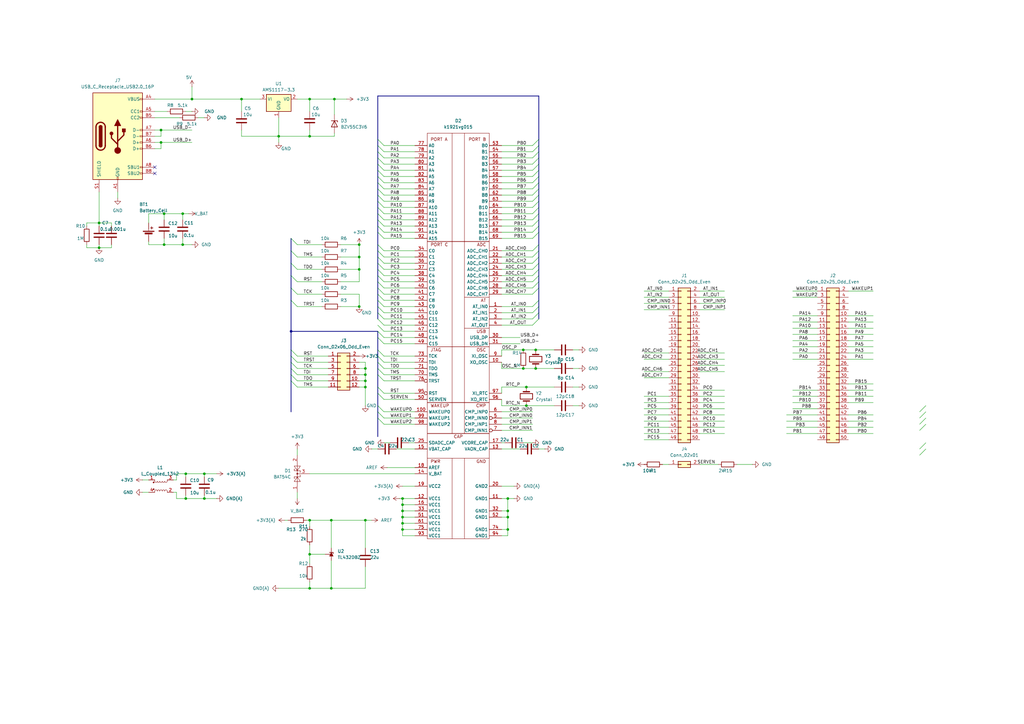
<source format=kicad_sch>
(kicad_sch (version 20250114) (generator "eeschema") (generator_version "9.0")
  (paper "A3")
  (junction (at 137.16 40.64))
  (junction (at 149.86 158.75))
  (junction (at 147.32 125.73))
  (junction (at 165.1 217.17))
  (junction (at 135.89 213.36))
  (junction (at 76.2 194.31))
  (junction (at 127 213.36))
  (junction (at 66.04 53.34))
  (junction (at 66.04 58.42))
  (junction (at 127 55.88))
  (junction (at 208.28 209.55))
  (junction (at 114.3 55.88))
  (junction (at 208.28 204.47))
  (junction (at 99.06 40.64))
  (junction (at 165.1 212.09))
  (junction (at 119.38 135.89))
  (junction (at 215.9 166.37))
  (junction (at 127 227.33))
  (junction (at 208.28 217.17))
  (junction (at 83.82 194.31))
  (junction (at 214.63 143.51))
  (junction (at 149.86 213.36))
  (junction (at 219.71 143.51))
  (junction (at 165.1 214.63))
  (junction (at 74.93 100.33))
  (junction (at 208.28 212.09))
  (junction (at 83.82 204.47))
  (junction (at 76.2 204.47))
  (junction (at 165.1 209.55))
  (junction (at 74.93 87.63))
  (junction (at 147.32 100.33))
  (junction (at 78.74 40.64))
  (junction (at 219.71 151.13))
  (junction (at 149.86 151.13))
  (junction (at 40.64 91.44))
  (junction (at 149.86 153.67))
  (junction (at 215.9 158.75))
  (junction (at 135.89 241.3))
  (junction (at 147.32 110.49))
  (junction (at 127 40.64))
  (junction (at 127 241.3))
  (junction (at 67.31 87.63))
  (junction (at 214.63 151.13))
  (junction (at 165.1 204.47))
  (junction (at 165.1 207.01))
  (junction (at 40.64 101.6))
  (junction (at 149.86 156.21))
  (junction (at 147.32 105.41))
  (junction (at 67.31 100.33))
  (no_connect (at 63.5 71.12))
  (no_connect (at 63.5 68.58))
  (bus_entry (at 220.98 57.15) (size -2.54 2.54))
  (bus_entry (at 220.98 80.01) (size -2.54 2.54))
  (bus_entry (at 119.38 153.67) (size 2.54 2.54))
  (bus_entry (at 119.38 97.79) (size 2.54 2.54))
  (bus_entry (at 119.38 146.05) (size 2.54 2.54))
  (bus_entry (at 154.94 77.47) (size 2.54 2.54))
  (bus_entry (at 154.94 80.01) (size 2.54 2.54))
  (bus_entry (at 379.73 168.91) (size -2.54 2.54))
  (bus_entry (at 220.98 69.85) (size -2.54 2.54))
  (bus_entry (at 220.98 130.81) (size -2.54 2.54))
  (bus_entry (at 220.98 90.17) (size -2.54 2.54))
  (bus_entry (at 154.94 95.25) (size 2.54 2.54))
  (bus_entry (at 154.94 128.27) (size 2.54 2.54))
  (bus_entry (at 154.94 125.73) (size 2.54 2.54))
  (bus_entry (at 154.94 123.19) (size 2.54 2.54))
  (bus_entry (at 220.98 59.69) (size -2.54 2.54))
  (bus_entry (at 220.98 128.27) (size -2.54 2.54))
  (bus_entry (at 220.98 115.57) (size -2.54 2.54))
  (bus_entry (at 220.98 102.87) (size -2.54 2.54))
  (bus_entry (at 154.94 171.45) (size 2.54 2.54))
  (bus_entry (at 220.98 82.55) (size -2.54 2.54))
  (bus_entry (at 154.94 158.75) (size 2.54 2.54))
  (bus_entry (at 154.94 107.95) (size 2.54 2.54))
  (bus_entry (at 220.98 74.93) (size -2.54 2.54))
  (bus_entry (at 379.73 166.37) (size -2.54 2.54))
  (bus_entry (at 154.94 62.23) (size 2.54 2.54))
  (bus_entry (at 154.94 87.63) (size 2.54 2.54))
  (bus_entry (at 119.38 123.19) (size 2.54 2.54))
  (bus_entry (at 154.94 64.77) (size 2.54 2.54))
  (bus_entry (at 220.98 113.03) (size -2.54 2.54))
  (bus_entry (at 154.94 90.17) (size 2.54 2.54))
  (bus_entry (at 154.94 148.59) (size 2.54 2.54))
  (bus_entry (at 154.94 92.71) (size 2.54 2.54))
  (bus_entry (at 154.94 138.43) (size 2.54 2.54))
  (bus_entry (at 379.73 181.61) (size -2.54 2.54))
  (bus_entry (at 154.94 130.81) (size 2.54 2.54))
  (bus_entry (at 154.94 85.09) (size 2.54 2.54))
  (bus_entry (at 154.94 151.13) (size 2.54 2.54))
  (bus_entry (at 220.98 118.11) (size -2.54 2.54))
  (bus_entry (at 154.94 72.39) (size 2.54 2.54))
  (bus_entry (at 379.73 173.99) (size -2.54 2.54))
  (bus_entry (at 220.98 107.95) (size -2.54 2.54))
  (bus_entry (at 379.73 171.45) (size -2.54 2.54))
  (bus_entry (at 154.94 133.35) (size 2.54 2.54))
  (bus_entry (at 154.94 166.37) (size 2.54 2.54))
  (bus_entry (at 154.94 115.57) (size 2.54 2.54))
  (bus_entry (at 220.98 64.77) (size -2.54 2.54))
  (bus_entry (at 119.38 143.51) (size 2.54 2.54))
  (bus_entry (at 220.98 72.39) (size -2.54 2.54))
  (bus_entry (at 154.94 57.15) (size 2.54 2.54))
  (bus_entry (at 154.94 82.55) (size 2.54 2.54))
  (bus_entry (at 220.98 100.33) (size -2.54 2.54))
  (bus_entry (at 154.94 120.65) (size 2.54 2.54))
  (bus_entry (at 220.98 105.41) (size -2.54 2.54))
  (bus_entry (at 154.94 67.31) (size 2.54 2.54))
  (bus_entry (at 119.38 148.59) (size 2.54 2.54))
  (bus_entry (at 154.94 143.51) (size 2.54 2.54))
  (bus_entry (at 379.73 184.15) (size -2.54 2.54))
  (bus_entry (at 154.94 118.11) (size 2.54 2.54))
  (bus_entry (at 119.38 107.95) (size 2.54 2.54))
  (bus_entry (at 154.94 153.67) (size 2.54 2.54))
  (bus_entry (at 119.38 118.11) (size 2.54 2.54))
  (bus_entry (at 154.94 161.29) (size 2.54 2.54))
  (bus_entry (at 154.94 69.85) (size 2.54 2.54))
  (bus_entry (at 220.98 123.19) (size -2.54 2.54))
  (bus_entry (at 154.94 59.69) (size 2.54 2.54))
  (bus_entry (at 220.98 67.31) (size -2.54 2.54))
  (bus_entry (at 220.98 125.73) (size -2.54 2.54))
  (bus_entry (at 154.94 74.93) (size 2.54 2.54))
  (bus_entry (at 154.94 110.49) (size 2.54 2.54))
  (bus_entry (at 154.94 113.03) (size 2.54 2.54))
  (bus_entry (at 154.94 146.05) (size 2.54 2.54))
  (bus_entry (at 119.38 156.21) (size 2.54 2.54))
  (bus_entry (at 220.98 110.49) (size -2.54 2.54))
  (bus_entry (at 154.94 105.41) (size 2.54 2.54))
  (bus_entry (at 119.38 113.03) (size 2.54 2.54))
  (bus_entry (at 220.98 62.23) (size -2.54 2.54))
  (bus_entry (at 154.94 135.89) (size 2.54 2.54))
  (bus_entry (at 220.98 92.71) (size -2.54 2.54))
  (bus_entry (at 220.98 77.47) (size -2.54 2.54))
  (bus_entry (at 119.38 151.13) (size 2.54 2.54))
  (bus_entry (at 154.94 168.91) (size 2.54 2.54))
  (bus_entry (at 220.98 87.63) (size -2.54 2.54))
  (bus_entry (at 154.94 100.33) (size 2.54 2.54))
  (bus_entry (at 220.98 95.25) (size -2.54 2.54))
  (bus_entry (at 220.98 85.09) (size -2.54 2.54))
  (bus_entry (at 154.94 102.87) (size 2.54 2.54))
  (bus_entry (at 119.38 102.87) (size 2.54 2.54))
  (wire (pts (xy 302.26 190.5) (xy 308.61 190.5)))
  (wire (pts (xy 127 238.76) (xy 127 241.3)))
  (bus (pts (xy 220.98 39.37) (xy 220.98 57.15)))
  (wire (pts (xy 72.39 201.93) (xy 71.12 201.93)))
  (wire (pts (xy 149.86 153.67) (xy 149.86 156.21)))
  (wire (pts (xy 218.44 67.31) (xy 205.74 67.31)))
  (bus (pts (xy 119.38 102.87) (xy 119.38 107.95)))
  (wire (pts (xy 63.5 60.96) (xy 66.04 60.96)))
  (wire (pts (xy 163.83 204.47) (xy 165.1 204.47)))
  (wire (pts (xy 158.75 191.77) (xy 170.18 191.77)))
  (wire (pts (xy 121.92 184.15) (xy 121.92 186.69)))
  (wire (pts (xy 335.28 160.02) (xy 325.12 160.02)))
  (wire (pts (xy 219.71 151.13) (xy 227.33 151.13)))
  (bus (pts (xy 220.98 82.55) (xy 220.98 85.09)))
  (wire (pts (xy 63.5 40.64) (xy 78.74 40.64)))
  (wire (pts (xy 40.64 101.6) (xy 40.64 100.33)))
  (wire (pts (xy 218.44 102.87) (xy 205.74 102.87)))
  (bus (pts (xy 154.94 128.27) (xy 154.94 130.81)))
  (wire (pts (xy 234.95 158.75) (xy 237.49 158.75)))
  (bus (pts (xy 154.94 107.95) (xy 154.94 110.49)))
  (wire (pts (xy 287.02 177.8) (xy 297.18 177.8)))
  (bus (pts (xy 119.38 113.03) (xy 119.38 118.11)))
  (bus (pts (xy 154.94 62.23) (xy 154.94 64.77)))
  (bus (pts (xy 154.94 85.09) (xy 154.94 87.63)))
  (wire (pts (xy 135.89 213.36) (xy 149.86 213.36)))
  (bus (pts (xy 119.38 135.89) (xy 119.38 143.51)))
  (bus (pts (xy 220.98 110.49) (xy 220.98 113.03)))
  (wire (pts (xy 205.74 219.71) (xy 208.28 219.71)))
  (wire (pts (xy 325.12 121.92) (xy 335.28 121.92)))
  (wire (pts (xy 234.95 151.13) (xy 237.49 151.13)))
  (wire (pts (xy 147.32 120.65) (xy 147.32 125.73)))
  (wire (pts (xy 121.92 110.49) (xy 132.08 110.49)))
  (bus (pts (xy 119.38 153.67) (xy 119.38 156.21)))
  (wire (pts (xy 40.64 78.74) (xy 40.64 91.44)))
  (wire (pts (xy 208.28 212.09) (xy 208.28 217.17)))
  (wire (pts (xy 83.82 194.31) (xy 88.9 194.31)))
  (wire (pts (xy 127 241.3) (xy 135.89 241.3)))
  (wire (pts (xy 116.84 213.36) (xy 118.11 213.36)))
  (wire (pts (xy 205.74 166.37) (xy 205.74 163.83)))
  (wire (pts (xy 157.48 130.81) (xy 170.18 130.81)))
  (bus (pts (xy 154.94 151.13) (xy 154.94 153.67)))
  (wire (pts (xy 127 40.64) (xy 137.16 40.64)))
  (wire (pts (xy 157.48 151.13) (xy 170.18 151.13)))
  (wire (pts (xy 76.2 194.31) (xy 76.2 195.58)))
  (wire (pts (xy 165.1 204.47) (xy 170.18 204.47)))
  (wire (pts (xy 147.32 100.33) (xy 147.32 105.41)))
  (wire (pts (xy 264.16 119.38) (xy 274.32 119.38)))
  (wire (pts (xy 157.48 138.43) (xy 170.18 138.43)))
  (bus (pts (xy 154.94 113.03) (xy 154.94 115.57)))
  (wire (pts (xy 347.98 142.24) (xy 358.14 142.24)))
  (wire (pts (xy 335.28 170.18) (xy 322.58 170.18)))
  (wire (pts (xy 274.32 170.18) (xy 264.16 170.18)))
  (bus (pts (xy 154.94 120.65) (xy 154.94 123.19)))
  (wire (pts (xy 297.18 144.78) (xy 287.02 144.78)))
  (bus (pts (xy 154.94 135.89) (xy 154.94 138.43)))
  (wire (pts (xy 125.73 213.36) (xy 127 213.36)))
  (wire (pts (xy 347.98 119.38) (xy 358.14 119.38)))
  (bus (pts (xy 220.98 107.95) (xy 220.98 110.49)))
  (wire (pts (xy 40.64 91.44) (xy 40.64 92.71)))
  (wire (pts (xy 205.74 95.25) (xy 218.44 95.25)))
  (wire (pts (xy 135.89 229.87) (xy 135.89 241.3)))
  (wire (pts (xy 325.12 119.38) (xy 335.28 119.38)))
  (wire (pts (xy 325.12 144.78) (xy 335.28 144.78)))
  (wire (pts (xy 45.72 91.44) (xy 45.72 92.71)))
  (bus (pts (xy 154.94 148.59) (xy 154.94 151.13)))
  (wire (pts (xy 66.04 53.34) (xy 66.04 55.88)))
  (wire (pts (xy 208.28 217.17) (xy 208.28 219.71)))
  (wire (pts (xy 60.96 87.63) (xy 60.96 91.44)))
  (wire (pts (xy 66.04 53.34) (xy 78.74 53.34)))
  (wire (pts (xy 121.92 120.65) (xy 132.08 120.65)))
  (wire (pts (xy 72.39 204.47) (xy 76.2 204.47)))
  (wire (pts (xy 274.32 180.34) (xy 264.16 180.34)))
  (wire (pts (xy 76.2 204.47) (xy 83.82 204.47)))
  (bus (pts (xy 220.98 72.39) (xy 220.98 74.93)))
  (wire (pts (xy 76.2 45.72) (xy 78.74 45.72)))
  (bus (pts (xy 154.94 146.05) (xy 154.94 148.59)))
  (wire (pts (xy 45.72 100.33) (xy 45.72 101.6)))
  (bus (pts (xy 154.94 74.93) (xy 154.94 77.47)))
  (wire (pts (xy 264.16 147.32) (xy 274.32 147.32)))
  (wire (pts (xy 83.82 203.2) (xy 83.82 204.47)))
  (wire (pts (xy 274.32 177.8) (xy 264.16 177.8)))
  (wire (pts (xy 139.7 100.33) (xy 147.32 100.33)))
  (wire (pts (xy 215.9 158.75) (xy 227.33 158.75)))
  (bus (pts (xy 154.94 166.37) (xy 154.94 168.91)))
  (bus (pts (xy 220.98 128.27) (xy 220.98 130.81)))
  (bus (pts (xy 154.94 90.17) (xy 154.94 92.71)))
  (bus (pts (xy 220.98 95.25) (xy 220.98 100.33)))
  (wire (pts (xy 205.74 130.81) (xy 218.44 130.81)))
  (wire (pts (xy 40.64 101.6) (xy 45.72 101.6)))
  (wire (pts (xy 274.32 172.72) (xy 264.16 172.72)))
  (wire (pts (xy 297.18 152.4) (xy 287.02 152.4)))
  (wire (pts (xy 218.44 74.93) (xy 205.74 74.93)))
  (wire (pts (xy 205.74 118.11) (xy 218.44 118.11)))
  (wire (pts (xy 121.92 40.64) (xy 127 40.64)))
  (wire (pts (xy 264.16 127) (xy 274.32 127)))
  (bus (pts (xy 154.94 100.33) (xy 154.94 102.87)))
  (wire (pts (xy 205.74 204.47) (xy 208.28 204.47)))
  (wire (pts (xy 287.02 119.38) (xy 297.18 119.38)))
  (wire (pts (xy 335.28 177.8) (xy 322.58 177.8)))
  (wire (pts (xy 157.48 140.97) (xy 170.18 140.97)))
  (wire (pts (xy 325.12 137.16) (xy 335.28 137.16)))
  (wire (pts (xy 157.48 148.59) (xy 170.18 148.59)))
  (bus (pts (xy 220.98 90.17) (xy 220.98 92.71)))
  (wire (pts (xy 76.2 203.2) (xy 76.2 204.47)))
  (wire (pts (xy 67.31 87.63) (xy 67.31 90.17)))
  (wire (pts (xy 205.74 138.43) (xy 213.36 138.43)))
  (wire (pts (xy 63.5 55.88) (xy 66.04 55.88)))
  (wire (pts (xy 347.98 132.08) (xy 358.14 132.08)))
  (wire (pts (xy 287.02 124.46) (xy 297.18 124.46)))
  (wire (pts (xy 170.18 181.61) (xy 167.64 181.61)))
  (wire (pts (xy 264.16 144.78) (xy 274.32 144.78)))
  (wire (pts (xy 157.48 62.23) (xy 170.18 62.23)))
  (wire (pts (xy 63.5 45.72) (xy 68.58 45.72)))
  (wire (pts (xy 77.47 87.63) (xy 74.93 87.63)))
  (wire (pts (xy 205.74 143.51) (xy 214.63 143.51)))
  (wire (pts (xy 149.86 158.75) (xy 149.86 166.37)))
  (wire (pts (xy 72.39 196.85) (xy 71.12 196.85)))
  (bus (pts (xy 154.94 168.91) (xy 154.94 171.45)))
  (wire (pts (xy 264.16 124.46) (xy 274.32 124.46)))
  (wire (pts (xy 78.74 100.33) (xy 74.93 100.33)))
  (wire (pts (xy 274.32 154.94) (xy 264.16 154.94)))
  (bus (pts (xy 220.98 102.87) (xy 220.98 105.41)))
  (wire (pts (xy 157.48 153.67) (xy 170.18 153.67)))
  (wire (pts (xy 264.16 121.92) (xy 274.32 121.92)))
  (wire (pts (xy 99.06 55.88) (xy 99.06 53.34)))
  (wire (pts (xy 127 227.33) (xy 127 231.14)))
  (wire (pts (xy 157.48 128.27) (xy 170.18 128.27)))
  (wire (pts (xy 335.28 175.26) (xy 322.58 175.26)))
  (wire (pts (xy 218.44 77.47) (xy 205.74 77.47)))
  (wire (pts (xy 76.2 194.31) (xy 83.82 194.31)))
  (wire (pts (xy 147.32 153.67) (xy 149.86 153.67)))
  (wire (pts (xy 358.14 175.26) (xy 347.98 175.26)))
  (wire (pts (xy 325.12 134.62) (xy 335.28 134.62)))
  (wire (pts (xy 78.74 35.56) (xy 78.74 40.64)))
  (wire (pts (xy 147.32 151.13) (xy 149.86 151.13)))
  (wire (pts (xy 157.48 67.31) (xy 170.18 67.31)))
  (bus (pts (xy 220.98 118.11) (xy 220.98 123.19)))
  (wire (pts (xy 335.28 165.1) (xy 325.12 165.1)))
  (wire (pts (xy 157.48 82.55) (xy 170.18 82.55)))
  (bus (pts (xy 119.38 156.21) (xy 119.38 168.91)))
  (bus (pts (xy 220.98 105.41) (xy 220.98 107.95)))
  (wire (pts (xy 157.48 110.49) (xy 170.18 110.49)))
  (wire (pts (xy 218.44 80.01) (xy 205.74 80.01)))
  (wire (pts (xy 135.89 241.3) (xy 149.86 241.3)))
  (wire (pts (xy 347.98 137.16) (xy 358.14 137.16)))
  (bus (pts (xy 154.94 64.77) (xy 154.94 67.31)))
  (wire (pts (xy 149.86 156.21) (xy 149.86 158.75)))
  (wire (pts (xy 157.48 85.09) (xy 170.18 85.09)))
  (wire (pts (xy 121.92 115.57) (xy 132.08 115.57)))
  (wire (pts (xy 205.74 143.51) (xy 205.74 146.05)))
  (wire (pts (xy 165.1 207.01) (xy 165.1 209.55)))
  (wire (pts (xy 205.74 110.49) (xy 218.44 110.49)))
  (wire (pts (xy 137.16 40.64) (xy 142.24 40.64)))
  (wire (pts (xy 335.28 162.56) (xy 325.12 162.56)))
  (wire (pts (xy 157.48 59.69) (xy 170.18 59.69)))
  (wire (pts (xy 205.74 120.65) (xy 218.44 120.65)))
  (wire (pts (xy 205.74 171.45) (xy 218.44 171.45)))
  (wire (pts (xy 325.12 142.24) (xy 335.28 142.24)))
  (wire (pts (xy 157.48 72.39) (xy 170.18 72.39)))
  (wire (pts (xy 205.74 151.13) (xy 205.74 148.59)))
  (wire (pts (xy 83.82 204.47) (xy 88.9 204.47)))
  (wire (pts (xy 165.1 214.63) (xy 170.18 214.63)))
  (wire (pts (xy 205.74 158.75) (xy 215.9 158.75)))
  (wire (pts (xy 205.74 115.57) (xy 218.44 115.57)))
  (wire (pts (xy 271.78 190.5) (xy 274.32 190.5)))
  (wire (pts (xy 208.28 204.47) (xy 210.82 204.47)))
  (bus (pts (xy 154.94 67.31) (xy 154.94 69.85)))
  (wire (pts (xy 170.18 184.15) (xy 162.56 184.15)))
  (wire (pts (xy 35.56 101.6) (xy 40.64 101.6)))
  (wire (pts (xy 74.93 90.17) (xy 74.93 87.63)))
  (wire (pts (xy 121.92 151.13) (xy 134.62 151.13)))
  (wire (pts (xy 60.96 100.33) (xy 60.96 99.06)))
  (wire (pts (xy 133.35 227.33) (xy 127 227.33)))
  (wire (pts (xy 137.16 55.88) (xy 137.16 54.61)))
  (wire (pts (xy 287.02 172.72) (xy 297.18 172.72)))
  (wire (pts (xy 121.92 100.33) (xy 132.08 100.33)))
  (bus (pts (xy 154.94 57.15) (xy 154.94 59.69)))
  (bus (pts (xy 119.38 123.19) (xy 119.38 135.89)))
  (wire (pts (xy 165.1 209.55) (xy 165.1 212.09)))
  (bus (pts (xy 154.94 161.29) (xy 154.94 166.37)))
  (wire (pts (xy 264.16 162.56) (xy 274.32 162.56)))
  (wire (pts (xy 325.12 132.08) (xy 335.28 132.08)))
  (wire (pts (xy 63.5 48.26) (xy 73.66 48.26)))
  (wire (pts (xy 78.74 40.64) (xy 99.06 40.64)))
  (bus (pts (xy 154.94 118.11) (xy 154.94 120.65)))
  (wire (pts (xy 147.32 110.49) (xy 147.32 115.57)))
  (wire (pts (xy 205.74 212.09) (xy 208.28 212.09)))
  (wire (pts (xy 157.48 92.71) (xy 170.18 92.71)))
  (wire (pts (xy 287.02 175.26) (xy 297.18 175.26)))
  (wire (pts (xy 58.42 201.93) (xy 60.96 201.93)))
  (wire (pts (xy 165.1 204.47) (xy 165.1 207.01)))
  (wire (pts (xy 358.14 157.48) (xy 347.98 157.48)))
  (wire (pts (xy 205.74 125.73) (xy 218.44 125.73)))
  (wire (pts (xy 205.74 128.27) (xy 218.44 128.27)))
  (bus (pts (xy 154.94 59.69) (xy 154.94 62.23)))
  (wire (pts (xy 157.48 123.19) (xy 170.18 123.19)))
  (wire (pts (xy 157.48 113.03) (xy 170.18 113.03)))
  (wire (pts (xy 160.02 181.61) (xy 157.48 181.61)))
  (wire (pts (xy 208.28 209.55) (xy 208.28 212.09)))
  (wire (pts (xy 205.74 97.79) (xy 218.44 97.79)))
  (wire (pts (xy 358.14 177.8) (xy 347.98 177.8)))
  (wire (pts (xy 358.14 160.02) (xy 347.98 160.02)))
  (wire (pts (xy 347.98 139.7) (xy 358.14 139.7)))
  (bus (pts (xy 154.94 115.57) (xy 154.94 118.11)))
  (wire (pts (xy 157.48 118.11) (xy 170.18 118.11)))
  (bus (pts (xy 119.38 151.13) (xy 119.38 153.67)))
  (bus (pts (xy 119.38 135.89) (xy 154.94 135.89)))
  (wire (pts (xy 121.92 125.73) (xy 132.08 125.73)))
  (bus (pts (xy 154.94 171.45) (xy 154.94 179.07)))
  (wire (pts (xy 72.39 204.47) (xy 72.39 201.93)))
  (wire (pts (xy 287.02 170.18) (xy 297.18 170.18)))
  (bus (pts (xy 119.38 143.51) (xy 119.38 146.05)))
  (wire (pts (xy 121.92 153.67) (xy 134.62 153.67)))
  (wire (pts (xy 63.5 53.34) (xy 66.04 53.34)))
  (wire (pts (xy 114.3 58.42) (xy 114.3 55.88)))
  (wire (pts (xy 264.16 152.4) (xy 274.32 152.4)))
  (wire (pts (xy 205.74 199.39) (xy 210.82 199.39)))
  (wire (pts (xy 147.32 105.41) (xy 147.32 110.49)))
  (bus (pts (xy 119.38 97.79) (xy 119.38 102.87)))
  (wire (pts (xy 99.06 40.64) (xy 99.06 45.72)))
  (bus (pts (xy 154.94 77.47) (xy 154.94 80.01)))
  (wire (pts (xy 157.48 105.41) (xy 170.18 105.41)))
  (bus (pts (xy 154.94 143.51) (xy 154.94 146.05)))
  (wire (pts (xy 287.02 121.92) (xy 297.18 121.92)))
  (bus (pts (xy 119.38 107.95) (xy 119.38 113.03)))
  (wire (pts (xy 165.1 219.71) (xy 170.18 219.71)))
  (bus (pts (xy 220.98 67.31) (xy 220.98 69.85)))
  (bus (pts (xy 154.94 39.37) (xy 154.94 57.15)))
  (wire (pts (xy 219.71 143.51) (xy 227.33 143.51)))
  (wire (pts (xy 274.32 175.26) (xy 264.16 175.26)))
  (wire (pts (xy 157.48 156.21) (xy 170.18 156.21)))
  (wire (pts (xy 157.48 163.83) (xy 170.18 163.83)))
  (wire (pts (xy 48.26 78.74) (xy 48.26 81.28)))
  (wire (pts (xy 127 213.36) (xy 135.89 213.36)))
  (wire (pts (xy 205.74 168.91) (xy 218.44 168.91)))
  (wire (pts (xy 121.92 148.59) (xy 134.62 148.59)))
  (bus (pts (xy 154.94 72.39) (xy 154.94 74.93)))
  (wire (pts (xy 218.44 87.63) (xy 205.74 87.63)))
  (wire (pts (xy 157.48 64.77) (xy 170.18 64.77)))
  (wire (pts (xy 287.02 165.1) (xy 297.18 165.1)))
  (wire (pts (xy 157.48 161.29) (xy 170.18 161.29)))
  (wire (pts (xy 121.92 146.05) (xy 134.62 146.05)))
  (wire (pts (xy 157.48 80.01) (xy 170.18 80.01)))
  (bus (pts (xy 220.98 123.19) (xy 220.98 125.73)))
  (wire (pts (xy 205.74 176.53) (xy 218.44 176.53)))
  (wire (pts (xy 205.74 181.61) (xy 207.01 181.61)))
  (wire (pts (xy 157.48 107.95) (xy 170.18 107.95)))
  (wire (pts (xy 287.02 167.64) (xy 297.18 167.64)))
  (wire (pts (xy 358.14 165.1) (xy 347.98 165.1)))
  (bus (pts (xy 154.94 95.25) (xy 154.94 100.33)))
  (wire (pts (xy 72.39 194.31) (xy 76.2 194.31)))
  (wire (pts (xy 325.12 129.54) (xy 335.28 129.54)))
  (wire (pts (xy 218.44 62.23) (xy 205.74 62.23)))
  (wire (pts (xy 157.48 133.35) (xy 170.18 133.35)))
  (wire (pts (xy 218.44 64.77) (xy 205.74 64.77)))
  (wire (pts (xy 208.28 204.47) (xy 208.28 209.55)))
  (bus (pts (xy 154.94 69.85) (xy 154.94 72.39)))
  (wire (pts (xy 165.1 209.55) (xy 170.18 209.55)))
  (wire (pts (xy 205.74 113.03) (xy 218.44 113.03)))
  (wire (pts (xy 157.48 125.73) (xy 170.18 125.73)))
  (wire (pts (xy 139.7 115.57) (xy 147.32 115.57)))
  (wire (pts (xy 347.98 134.62) (xy 358.14 134.62)))
  (bus (pts (xy 154.94 102.87) (xy 154.94 105.41)))
  (wire (pts (xy 149.86 148.59) (xy 149.86 151.13)))
  (wire (pts (xy 218.44 59.69) (xy 205.74 59.69)))
  (bus (pts (xy 119.38 118.11) (xy 119.38 123.19)))
  (wire (pts (xy 121.92 158.75) (xy 134.62 158.75)))
  (bus (pts (xy 154.94 110.49) (xy 154.94 113.03)))
  (wire (pts (xy 149.86 151.13) (xy 149.86 153.67)))
  (wire (pts (xy 149.86 213.36) (xy 149.86 224.79)))
  (wire (pts (xy 157.48 135.89) (xy 170.18 135.89)))
  (bus (pts (xy 220.98 74.93) (xy 220.98 77.47)))
  (wire (pts (xy 74.93 100.33) (xy 67.31 100.33)))
  (wire (pts (xy 99.06 55.88) (xy 114.3 55.88)))
  (bus (pts (xy 154.94 87.63) (xy 154.94 90.17)))
  (wire (pts (xy 214.63 151.13) (xy 219.71 151.13)))
  (wire (pts (xy 157.48 87.63) (xy 170.18 87.63)))
  (bus (pts (xy 119.38 148.59) (xy 119.38 151.13)))
  (wire (pts (xy 347.98 147.32) (xy 358.14 147.32)))
  (wire (pts (xy 35.56 101.6) (xy 35.56 100.33)))
  (wire (pts (xy 127 213.36) (xy 127 215.9)))
  (wire (pts (xy 358.14 162.56) (xy 347.98 162.56)))
  (wire (pts (xy 157.48 74.93) (xy 170.18 74.93)))
  (wire (pts (xy 40.64 91.44) (xy 45.72 91.44)))
  (wire (pts (xy 220.98 184.15) (xy 223.52 184.15)))
  (wire (pts (xy 127 53.34) (xy 127 55.88)))
  (bus (pts (xy 220.98 57.15) (xy 220.98 59.69)))
  (bus (pts (xy 154.94 125.73) (xy 154.94 128.27)))
  (wire (pts (xy 165.1 207.01) (xy 170.18 207.01)))
  (wire (pts (xy 218.44 107.95) (xy 205.74 107.95)))
  (bus (pts (xy 220.98 100.33) (xy 220.98 102.87)))
  (wire (pts (xy 205.74 140.97) (xy 213.36 140.97)))
  (wire (pts (xy 218.44 72.39) (xy 205.74 72.39)))
  (wire (pts (xy 218.44 105.41) (xy 205.74 105.41)))
  (wire (pts (xy 287.02 162.56) (xy 297.18 162.56)))
  (wire (pts (xy 297.18 147.32) (xy 287.02 147.32)))
  (wire (pts (xy 139.7 110.49) (xy 147.32 110.49)))
  (bus (pts (xy 154.94 158.75) (xy 154.94 161.29)))
  (bus (pts (xy 154.94 138.43) (xy 154.94 143.51)))
  (wire (pts (xy 135.89 213.36) (xy 135.89 224.79)))
  (wire (pts (xy 165.1 212.09) (xy 165.1 214.63)))
  (wire (pts (xy 157.48 146.05) (xy 170.18 146.05)))
  (bus (pts (xy 154.94 153.67) (xy 154.94 158.75)))
  (bus (pts (xy 220.98 125.73) (xy 220.98 128.27)))
  (wire (pts (xy 67.31 97.79) (xy 67.31 100.33)))
  (wire (pts (xy 127 223.52) (xy 127 227.33)))
  (wire (pts (xy 325.12 147.32) (xy 335.28 147.32)))
  (wire (pts (xy 205.74 166.37) (xy 215.9 166.37)))
  (bus (pts (xy 154.94 92.71) (xy 154.94 95.25)))
  (wire (pts (xy 139.7 120.65) (xy 147.32 120.65)))
  (wire (pts (xy 147.32 156.21) (xy 149.86 156.21)))
  (wire (pts (xy 165.1 217.17) (xy 165.1 219.71)))
  (bus (pts (xy 220.98 77.47) (xy 220.98 80.01)))
  (wire (pts (xy 274.32 167.64) (xy 264.16 167.64)))
  (bus (pts (xy 220.98 87.63) (xy 220.98 90.17)))
  (wire (pts (xy 137.16 40.64) (xy 137.16 46.99)))
  (wire (pts (xy 347.98 144.78) (xy 358.14 144.78)))
  (bus (pts (xy 154.94 82.55) (xy 154.94 85.09)))
  (wire (pts (xy 66.04 58.42) (xy 78.74 58.42)))
  (wire (pts (xy 287.02 160.02) (xy 297.18 160.02)))
  (wire (pts (xy 149.86 213.36) (xy 152.4 213.36)))
  (wire (pts (xy 205.74 151.13) (xy 214.63 151.13)))
  (wire (pts (xy 218.44 85.09) (xy 205.74 85.09)))
  (wire (pts (xy 157.48 120.65) (xy 170.18 120.65)))
  (wire (pts (xy 81.28 48.26) (xy 83.82 48.26)))
  (bus (pts (xy 154.94 80.01) (xy 154.94 82.55)))
  (wire (pts (xy 165.1 217.17) (xy 170.18 217.17)))
  (wire (pts (xy 157.48 168.91) (xy 170.18 168.91)))
  (wire (pts (xy 335.28 172.72) (xy 322.58 172.72)))
  (wire (pts (xy 58.42 196.85) (xy 60.96 196.85)))
  (wire (pts (xy 83.82 195.58) (xy 83.82 194.31)))
  (wire (pts (xy 74.93 87.63) (xy 67.31 87.63)))
  (wire (pts (xy 205.74 133.35) (xy 218.44 133.35)))
  (wire (pts (xy 157.48 90.17) (xy 170.18 90.17)))
  (wire (pts (xy 294.64 190.5) (xy 287.02 190.5)))
  (bus (pts (xy 154.94 39.37) (xy 220.98 39.37)))
  (wire (pts (xy 139.7 125.73) (xy 147.32 125.73)))
  (wire (pts (xy 121.92 156.21) (xy 134.62 156.21)))
  (bus (pts (xy 119.38 146.05) (xy 119.38 148.59)))
  (wire (pts (xy 234.95 143.51) (xy 237.49 143.51)))
  (wire (pts (xy 67.31 100.33) (xy 60.96 100.33)))
  (wire (pts (xy 121.92 204.47) (xy 121.92 201.93)))
  (wire (pts (xy 121.92 105.41) (xy 132.08 105.41)))
  (wire (pts (xy 147.32 148.59) (xy 149.86 148.59)))
  (bus (pts (xy 220.98 92.71) (xy 220.98 95.25)))
  (wire (pts (xy 205.74 90.17) (xy 218.44 90.17)))
  (wire (pts (xy 325.12 139.7) (xy 335.28 139.7)))
  (wire (pts (xy 358.14 170.18) (xy 347.98 170.18)))
  (wire (pts (xy 35.56 91.44) (xy 40.64 91.44)))
  (wire (pts (xy 205.74 184.15) (xy 213.36 184.15)))
  (wire (pts (xy 114.3 241.3) (xy 127 241.3)))
  (wire (pts (xy 205.74 173.99) (xy 218.44 173.99)))
  (wire (pts (xy 72.39 194.31) (xy 72.39 196.85)))
  (wire (pts (xy 218.44 69.85) (xy 205.74 69.85)))
  (wire (pts (xy 274.32 165.1) (xy 264.16 165.1)))
  (wire (pts (xy 215.9 166.37) (xy 227.33 166.37)))
  (wire (pts (xy 165.1 199.39) (xy 170.18 199.39)))
  (bus (pts (xy 220.98 80.01) (xy 220.98 82.55)))
  (wire (pts (xy 157.48 95.25) (xy 170.18 95.25)))
  (wire (pts (xy 35.56 91.44) (xy 35.56 92.71)))
  (wire (pts (xy 67.31 87.63) (xy 60.96 87.63)))
  (wire (pts (xy 149.86 232.41) (xy 149.86 241.3)))
  (bus (pts (xy 220.98 113.03) (xy 220.98 115.57)))
  (wire (pts (xy 63.5 58.42) (xy 66.04 58.42)))
  (wire (pts (xy 127 194.31) (xy 170.18 194.31)))
  (wire (pts (xy 99.06 40.64) (xy 106.68 40.64)))
  (wire (pts (xy 157.48 171.45) (xy 170.18 171.45)))
  (wire (pts (xy 157.48 102.87) (xy 170.18 102.87)))
  (wire (pts (xy 66.04 58.42) (xy 66.04 60.96)))
  (wire (pts (xy 154.94 184.15) (xy 152.4 184.15)))
  (wire (pts (xy 214.63 143.51) (xy 219.71 143.51)))
  (wire (pts (xy 157.48 97.79) (xy 170.18 97.79)))
  (wire (pts (xy 127 40.64) (xy 127 45.72)))
  (wire (pts (xy 147.32 158.75) (xy 149.86 158.75)))
  (wire (pts (xy 165.1 212.09) (xy 170.18 212.09)))
  (bus (pts (xy 220.98 85.09) (xy 220.98 87.63)))
  (wire (pts (xy 157.48 115.57) (xy 170.18 115.57)))
  (wire (pts (xy 114.3 48.26) (xy 114.3 55.88)))
  (wire (pts (xy 165.1 214.63) (xy 165.1 217.17)))
  (wire (pts (xy 347.98 129.54) (xy 358.14 129.54)))
  (wire (pts (xy 127 55.88) (xy 137.16 55.88)))
  (bus (pts (xy 220.98 59.69) (xy 220.98 62.23)))
  (bus (pts (xy 220.98 115.57) (xy 220.98 118.11)))
  (wire (pts (xy 157.48 173.99) (xy 170.18 173.99)))
  (wire (pts (xy 218.44 82.55) (xy 205.74 82.55)))
  (wire (pts (xy 205.74 209.55) (xy 208.28 209.55)))
  (wire (pts (xy 74.93 97.79) (xy 74.93 100.33)))
  (wire (pts (xy 234.95 166.37) (xy 237.49 166.37)))
  (wire (pts (xy 205.74 92.71) (xy 218.44 92.71)))
  (bus (pts (xy 220.98 62.23) (xy 220.98 64.77)))
  (wire (pts (xy 157.48 77.47) (xy 170.18 77.47)))
  (wire (pts (xy 114.3 55.88) (xy 127 55.88)))
  (wire (pts (xy 139.7 105.41) (xy 147.32 105.41)))
  (wire (pts (xy 205.74 158.75) (xy 205.74 161.29)))
  (bus (pts (xy 220.98 64.77) (xy 220.98 67.31)))
  (wire (pts (xy 214.63 181.61) (xy 218.44 181.61)))
  (wire (pts (xy 287.02 127) (xy 297.18 127)))
  (wire (pts (xy 287.02 149.86) (xy 297.18 149.86)))
  (bus (pts (xy 154.94 105.41) (xy 154.94 107.95)))
  (bus (pts (xy 154.94 123.19) (xy 154.94 125.73)))
  (wire (pts (xy 205.74 217.17) (xy 208.28 217.17)))
  (wire (pts (xy 335.28 167.64) (xy 325.12 167.64)))
  (wire (pts (xy 157.48 69.85) (xy 170.18 69.85)))
  (wire (pts (xy 358.14 172.72) (xy 347.98 172.72)))
  (bus (pts (xy 220.98 69.85) (xy 220.98 72.39)))
  (label "RST" (at 124.46 115.57 0))
  (label "PC1" (at 265.43 162.56 0))
  (label "PB11" (at 350.52 162.56 0))
  (label "PC6" (at 160.02 118.11 0))
  (label "PC7" (at 265.43 170.18 0))
  (label "PA7" (at 350.52 139.7 0))
  (label "WAKEUP0" (at 160.02 168.91 0))
  (label "AT_IN2" (at 215.9 130.81 180))
  (label "PA15" (at 160.02 97.79 0))
  (label "CMP_INP1" (at 288.29 127 0))
  (label "TRST" (at 124.46 148.59 0))
  (label "PA5" (at 160.02 72.39 0))
  (label "PA14" (at 160.02 95.25 0))
  (label "PB11" (at 215.9 87.63 180))
  (label "CMP_INP0" (at 218.44 168.91 180))
  (label "PA10" (at 327.66 134.62 0))
  (label "TDO" (at 124.46 156.21 0))
  (label "PC0" (at 288.29 160.02 0))
  (label "PB13" (at 215.9 92.71 180))
  (label "PC3" (at 160.02 110.49 0))
  (label "PC5" (at 160.02 115.57 0))
  (label "PC9" (at 160.02 125.73 0))
  (label "WAKEUP2" (at 160.02 173.99 0))
  (label "TCK" (at 160.02 146.05 0))
  (label "PB5" (at 325.12 172.72 0))
  (label "PC14" (at 160.02 138.43 0))
  (label "TCK" (at 124.46 151.13 0))
  (label "PC13" (at 265.43 177.8 0))
  (label "ADC_CH5" (at 294.64 152.4 180))
  (label "PA9" (at 350.52 137.16 0))
  (label "PA7" (at 160.02 77.47 0))
  (label "ADC_CH1" (at 294.64 144.78 180))
  (label "PC4" (at 160.02 113.03 0))
  (label "USB_D+" (at 78.74 58.42 180))
  (label "WAKEUP2" (at 326.39 121.92 0))
  (label "PB15" (at 215.9 97.79 180))
  (label "PA4" (at 327.66 142.24 0))
  (label "PA2" (at 160.02 64.77 0))
  (label "TDI" (at 124.46 153.67 0))
  (label "CMP_INN1" (at 218.44 176.53 180))
  (label "TMS" (at 124.46 105.41 0))
  (label "AT_IN2" (at 265.43 121.92 0))
  (label "PC8" (at 288.29 170.18 0))
  (label "AT_IN1" (at 215.9 128.27 180))
  (label "AT_IN1" (at 288.29 119.38 0))
  (label "PB1" (at 325.12 177.8 0))
  (label "PA3" (at 160.02 67.31 0))
  (label "PC15" (at 265.43 180.34 0))
  (label "PA2" (at 327.66 144.78 0))
  (label "PC4" (at 288.29 165.1 0))
  (label "PB0" (at 215.9 59.69 180))
  (label "PA8" (at 327.66 137.16 0))
  (label "ADC_CH6" (at 271.78 152.4 180))
  (label "PC15" (at 160.02 140.97 0))
  (label "OSC_N" (at 212.09 151.13 180))
  (label "ADC_CH4" (at 215.9 113.03 180))
  (label "PC13" (at 160.02 135.89 0))
  (label "PB9" (at 350.52 165.1 0))
  (label "PC12" (at 288.29 175.26 0))
  (label "USB_D+" (at 213.36 138.43 0))
  (label "ADC_CH0" (at 215.9 102.87 180))
  (label "PC7" (at 160.02 120.65 0))
  (label "CMP_INN0" (at 265.43 124.46 0))
  (label "PC2" (at 160.02 107.95 0))
  (label "ADC_CH4" (at 294.64 149.86 180))
  (label "TRST" (at 160.02 156.21 0))
  (label "PB9" (at 215.9 82.55 180))
  (label "TDO" (at 124.46 110.49 0))
  (label "PA4" (at 160.02 69.85 0))
  (label "PC12" (at 160.02 133.35 0))
  (label "OSC_P" (at 212.09 143.51 180))
  (label "PA1" (at 350.52 147.32 0))
  (label "RST" (at 124.46 146.05 0))
  (label "PC9" (at 265.43 172.72 0))
  (label "TDI" (at 124.46 100.33 0))
  (label "PA13" (at 160.02 92.71 0))
  (label "TMS" (at 160.02 153.67 0))
  (label "AT_OUT" (at 215.9 133.35 180))
  (label "CMP_INN1" (at 265.43 127 0))
  (label "PC11" (at 265.43 175.26 0))
  (label "PB13" (at 350.52 160.02 0))
  (label "PB6" (at 215.9 74.93 180))
  (label "PA10" (at 160.02 85.09 0))
  (label "ADC_CH6" (at 215.9 118.11 180))
  (label "PC3" (at 265.43 165.1 0))
  (label "PC14" (at 288.29 177.8 0))
  (label "PC5" (at 265.43 167.64 0))
  (label "RTC_P" (at 213.36 158.75 180))
  (label "AT_IN0" (at 215.9 125.73 180))
  (label "ADC_CH1" (at 215.9 105.41 180))
  (label "PA5" (at 350.52 142.24 0))
  (label "ADC_CH3" (at 215.9 110.49 180))
  (label "PA0" (at 160.02 59.69 0))
  (label "PA1" (at 160.02 62.23 0))
  (label "PA6" (at 327.66 139.7 0))
  (label "WAKEUP1" (at 160.02 171.45 0))
  (label "PC10" (at 288.29 172.72 0))
  (label "PB2" (at 355.6 175.26 180))
  (label "TMS" (at 124.46 158.75 0))
  (label "TRST" (at 124.46 125.73 0))
  (label "PB7" (at 215.9 77.47 180))
  (label "PB15" (at 350.52 157.48 0))
  (label "PA13" (at 350.52 132.08 0))
  (label "PB12" (at 332.74 162.56 180))
  (label "PB8" (at 332.74 167.64 180))
  (label "PC6" (at 288.29 167.64 0))
  (label "PC10" (at 160.02 128.27 0))
  (label "ADC_CH2" (at 271.78 147.32 180))
  (label "PA8" (at 160.02 80.01 0))
  (label "PA0" (at 327.66 147.32 0))
  (label "PA12" (at 160.02 90.17 0))
  (label "ADC_CH5" (at 215.9 115.57 180))
  (label "PC11" (at 160.02 130.81 0))
  (label "PC0" (at 160.02 102.87 0))
  (label "PC1" (at 160.02 105.41 0))
  (label "PB12" (at 215.9 90.17 180))
  (label "TDI" (at 160.02 148.59 0))
  (label "CMP_INP1" (at 218.44 173.99 180))
  (label "PB4" (at 355.6 172.72 180))
  (label "SERVEN" (at 293.37 190.5 180))
  (label "PA15" (at 350.52 129.54 0))
  (label "PA6" (at 160.02 74.93 0))
  (label "RST" (at 160.02 161.29 0))
  (label "PB0" (at 355.6 177.8 180))
  (label "RTC_N" (at 213.36 166.37 180))
  (label "PA12" (at 327.66 132.08 0))
  (label "PB14" (at 332.74 160.02 180))
  (label "CMP_INP0" (at 288.29 124.46 0))
  (label "PC8" (at 160.02 123.19 0))
  (label "PB14" (at 215.9 95.25 180))
  (label "WAKEUP0" (at 326.39 119.38 0))
  (label "USB_D-" (at 78.74 53.34 180))
  (label "PA11" (at 160.02 87.63 0))
  (label "PC2" (at 288.29 162.56 0))
  (label "PB3" (at 215.9 67.31 180))
  (label "TCK" (at 124.46 120.65 0))
  (label "PA3" (at 350.52 144.78 0))
  (label "PB2" (at 215.9 64.77 180))
  (label "AT_OUT" (at 288.29 121.92 0))
  (label "AT_IN0" (at 265.43 119.38 0))
  (label "PA9" (at 160.02 82.55 0))
  (label "PA14" (at 327.66 129.54 0))
  (label "PB8" (at 215.9 80.01 180))
  (label "PB5" (at 215.9 72.39 180))
  (label "PB6" (at 355.6 170.18 180))
  (label "ADC_CH2" (at 215.9 107.95 180))
  (label "SERVEN" (at 160.02 163.83 0))
  (label "ADC_CH3" (at 294.64 147.32 180))
  (label "PB7" (at 325.12 170.18 0))
  (label "PB3" (at 330.2 175.26 180))
  (label "ADC_CH0" (at 271.78 144.78 180))
  (label "USB_D-" (at 213.36 140.97 0))
  (label "ADC_CH7" (at 271.78 154.94 180))
  (label "PB1" (at 215.9 62.23 180))
  (label "PB10" (at 215.9 85.09 180))
  (label "WAKEUP1" (at 349.25 119.38 0))
  (label "ADC_CH7" (at 215.9 120.65 180))
  (label "CMP_INN0" (at 218.44 171.45 180))
  (label "PA11" (at 350.52 134.62 0))
  (label "PB4" (at 215.9 69.85 180))
  (label "PB10" (at 332.74 165.1 180))
  (label "TDO" (at 160.02 151.13 0))
  (symbol (lib_id "power:GND") (at 58.42 201.93 270) (mirror x) (unit 1)
    (property "Reference" "#PWR023" (effects (hide yes)))
    (property "Value" "GND" (at 54.61 201.9299 90) (effects (justify right)))
    (property "Description" "Power symbol creates a global label with name \"GND\" , ground" (effects (hide yes)))
  )
  (symbol (lib_id "Device:Crystal") (at 215.9 162.56 90) (unit 1)
    (property "Reference" "Y2" (at 219.71 161.2899 90) (effects (justify right)))
    (property "Value" "Crystal" (at 219.71 163.8299 90) (effects (justify right)))
    (property "Footprint" "Crystal:Crystal_SMD_MicroCrystal_CM9V-T1A-2Pin_1.6x1.0mm_HandSoldering" (effects (hide yes)))
    (property "Description" "Two pin crystal" (effects (hide yes)))
  )
  (symbol (lib_id "Device:Battery_Cell") (at 60.96 96.52 0) (unit 1)
    (property "Reference" "BT1" (at 57.15 83.82 0) (effects (justify left)))
    (property "Value" "Battery_Cell" (at 57.15 86.36 0) (effects (justify left)))
    (property "Footprint" "Battery:BatteryHolder_Keystone_1058_1x2032" (effects (hide yes)))
    (property "Description" "Single-cell battery" (effects (hide yes)))
  )
  (symbol (lib_id "Device:C") (at 231.14 151.13 90) (unit 1)
    (property "Reference" "C14" (at 233.68 154.94 90))
    (property "Value" "8p" (at 229.87 154.94 90))
    (property "Footprint" "Capacitor_SMD:C_0805_2012Metric_Pad1.18x1.45mm_HandSolder" (effects (hide yes)))
    (property "Description" "Unpolarized capacitor" (effects (hide yes)))
  )
  (symbol (lib_id "Device:C") (at 74.93 93.98 0) (mirror y) (unit 1)
    (property "Reference" "C11" (at 77.47 91.44 0))
    (property "Value" "0.1u" (at 77.47 96.52 0))
    (property "Footprint" "Capacitor_SMD:C_0805_2012Metric_Pad1.18x1.45mm_HandSolder" (effects (hide yes)))
    (property "Description" "Unpolarized capacitor" (effects (hide yes)))
  )
  (symbol (lib_id "Device:R") (at 127 219.71 180) (unit 1)
    (property "Reference" "R11" (at 124.46 215.9 0))
    (property "Value" "2k" (at 124.46 220.98 0))
    (property "Footprint" "Resistor_SMD:R_0805_2012Metric_Pad1.20x1.40mm_HandSolder" (effects (hide yes)))
    (property "Description" "Resistor" (effects (hide yes)))
  )
  (symbol (lib_id "power:+3V3") (at 121.92 184.15 0) (unit 1)
    (property "Reference" "#PWR010" (effects (hide yes)))
    (property "Value" "+3V3" (at 121.92 179.07 0))
    (property "Description" "Power symbol creates a global label with name \"+3V3\"" (effects (hide yes)))
  )
  (symbol (lib_id "Connector_Generic:Conn_02x25_Odd_Even") (at 279.4 149.86 0) (unit 1)
    (property "Reference" "J1" (at 280.67 113.03 0))
    (property "Value" "Conn_02x25_Odd_Even" (at 280.67 115.57 0))
    (property "Footprint" "Connector_PinHeader_2.54mm:PinHeader_2x25_P2.54mm_Vertical" (effects (hide yes)))
    (property "Description" "Generic connector, double row, 02x25, odd/even pin numbering scheme (row 1 odd numbers, row 2 even numbers), script generated (kicad-library-utils/schlib/autogen/connector/)" (effects (hide yes)))
  )
  (symbol (lib_id "Regulator_Linear:AMS1117-3.3") (at 114.3 40.64 0) (unit 1)
    (property "Reference" "U1" (at 114.3 34.29 0))
    (property "Value" "AMS1117-3.3" (at 114.3 36.83 0))
    (property "Footprint" "Package_TO_SOT_SMD:SOT-223-3_TabPin2" (effects (hide yes)))
    (property "Datasheet" "http://www.advanced-monolithic.com/pdf/ds1117.pdf" (effects (hide yes)))
    (property "Description" "1A Low Dropout regulator, positive, 3.3V fixed output, SOT-223" (effects (hide yes)))
  )
  (symbol (lib_id "power:+3V3") (at 147.32 100.33 0) (unit 1)
    (property "Reference" "#PWR04" (effects (hide yes)))
    (property "Value" "+3V3" (at 147.32 95.25 0))
    (property "Description" "Power symbol creates a global label with name \"+3V3\"" (effects (hide yes)))
  )
  (symbol (lib_id "Device:C") (at 67.31 93.98 0) (mirror y) (unit 1)
    (property "Reference" "C12" (at 70.9301 91.6041 0))
    (property "Value" "10u" (at 70.9301 96.6841 0))
    (property "Footprint" "Capacitor_SMD:C_0805_2012Metric_Pad1.18x1.45mm_HandSolder" (effects (hide yes)))
    (property "Description" "Unpolarized capacitor" (effects (hide yes)))
  )
  (symbol (lib_id "power:GND") (at 114.3 241.3 270) (unit 1)
    (property "Reference" "#PWR028" (effects (hide yes)))
    (property "Value" "GND(A)" (at 110.49 241.2999 90) (effects (justify right)))
    (property "Description" "Power symbol creates a global label with name \"GND\" , ground" (effects (hide yes)))
  )
  (symbol (lib_id "power:+3V3") (at 58.42 196.85 90) (unit 1)
    (property "Reference" "#PWR021" (effects (hide yes)))
    (property "Value" "+3V3" (at 54.61 196.8499 90) (effects (justify left)))
    (property "Description" "Power symbol creates a global label with name \"+3V3\"" (effects (hide yes)))
  )
  (symbol (lib_id "power:+3V3") (at 163.83 204.47 90) (unit 1)
    (property "Reference" "#PWR020" (effects (hide yes)))
    (property "Value" "+3V3" (at 160.02 204.4699 90) (effects (justify left)))
    (property "Description" "Power symbol creates a global label with name \"+3V3\"" (effects (hide yes)))
  )
  (symbol (lib_id "Device:R") (at 135.89 125.73 270) (unit 1)
    (property "Reference" "R3" (at 140.97 123.19 90))
    (property "Value" "10k" (at 133.35 123.19 90))
    (property "Footprint" "Resistor_SMD:R_0805_2012Metric_Pad1.20x1.40mm_HandSolder" (effects (hide yes)))
    (property "Description" "Resistor" (effects (hide yes)))
  )
  (symbol (lib_id "power:GND") (at 83.82 48.26 90) (unit 1)
    (property "Reference" "#PWR015" (effects (hide yes)))
    (property "Value" "GND" (at 88.9 48.26 90) (effects (justify right)))
    (property "Description" "Power symbol creates a global label with name \"GND\" , ground" (effects (hide yes)))
  )
  (symbol (lib_id "power:+3V3") (at 142.24 40.64 270) (mirror x) (unit 1)
    (property "Reference" "#PWR012" (effects (hide yes)))
    (property "Value" "+3V3" (at 146.05 40.6399 90) (effects (justify left)))
    (property "Description" "Power symbol creates a global label with name \"+3V3\"" (effects (hide yes)))
  )
  (symbol (lib_id "power:+3V3") (at 152.4 213.36 270) (mirror x) (unit 1)
    (property "Reference" "#PWR029" (effects (hide yes)))
    (property "Value" "AREF" (at 156.21 213.3599 90) (effects (justify left)))
    (property "Description" "Power symbol creates a global label with name \"+3V3\"" (effects (hide yes)))
  )
  (symbol (lib_id "power:+3V3") (at 165.1 199.39 90) (mirror x) (unit 1)
    (property "Reference" "#PWR025" (effects (hide yes)))
    (property "Value" "+3V3(A)" (at 161.29 199.3901 90) (effects (justify left)))
    (property "Description" "Power symbol creates a global label with name \"+3V3\"" (effects (hide yes)))
  )
  (symbol (lib_id "power:+3V3") (at 121.92 204.47 180) (unit 1)
    (property "Reference" "#PWR011" (effects (hide yes)))
    (property "Value" "V_BAT" (at 121.92 209.55 0))
    (property "Description" "Power symbol creates a global label with name \"+3V3\"" (effects (hide yes)))
  )
  (symbol (lib_id "Device:R") (at 135.89 105.41 270) (unit 1)
    (property "Reference" "R7" (at 140.97 102.87 90))
    (property "Value" "10k" (at 133.35 102.87 90))
    (property "Footprint" "Resistor_SMD:R_0805_2012Metric_Pad1.20x1.40mm_HandSolder" (effects (hide yes)))
    (property "Description" "Resistor" (effects (hide yes)))
  )
  (symbol (lib_id "Device:R") (at 135.89 100.33 270) (unit 1)
    (property "Reference" "R6" (at 140.97 97.79 90))
    (property "Value" "10k" (at 133.35 97.79 90))
    (property "Footprint" "Resistor_SMD:R_0805_2012Metric_Pad1.20x1.40mm_HandSolder" (effects (hide yes)))
    (property "Description" "Resistor" (effects (hide yes)))
  )
  (symbol (lib_id "power:+3V3") (at 88.9 194.31 270) (mirror x) (unit 1)
    (property "Reference" "#PWR022" (effects (hide yes)))
    (property "Value" "+3V3(A)" (at 92.71 194.3099 90) (effects (justify left)))
    (property "Description" "Power symbol creates a global label with name \"+3V3\"" (effects (hide yes)))
  )
  (symbol (lib_id "Reference_Voltage:TL432DBZ") (at 135.89 227.33 90) (unit 1)
    (property "Reference" "U2" (at 138.43 226.0599 90) (effects (justify right)))
    (property "Value" "TL432DBZ" (at 138.43 228.5999 90) (effects (justify right)))
    (property "Footprint" "Package_TO_SOT_SMD:SOT-23" (effects (hide yes)))
    (property "Datasheet" "http://www.ti.com/lit/ds/symlink/tl431.pdf" (effects (hide yes)))
    (property "Description" "Shunt Regulator, SOT-23" (effects (hide yes)))
  )
  (symbol (lib_id "Device:C") (at 149.86 228.6 0) (mirror y) (unit 1)
    (property "Reference" "C13" (at 153.67 226.06 0))
    (property "Value" "22u" (at 153.67 228.6 0))
    (property "Footprint" "Capacitor_SMD:C_0805_2012Metric_Pad1.18x1.45mm_HandSolder" (effects (hide yes)))
    (property "Description" "Unpolarized capacitor" (effects (hide yes)))
  )
  (symbol (lib_id "power:GND") (at 48.26 81.28 0) (unit 1)
    (property "Reference" "#PWR018" (effects (hide yes)))
    (property "Value" "GND" (at 48.26 86.36 0))
    (property "Description" "Power symbol creates a global label with name \"GND\" , ground" (effects (hide yes)))
  )
  (symbol (lib_id "power:GND") (at 147.32 125.73 0) (unit 1)
    (property "Reference" "#PWR03" (effects (hide yes)))
    (property "Value" "GND" (at 152.4 128.27 0) (effects (justify right)))
    (property "Description" "Power symbol creates a global label with name \"GND\" , ground" (effects (hide yes)))
  )
  (symbol (lib_id "Device:R") (at 135.89 110.49 270) (unit 1)
    (property "Reference" "R4" (at 140.97 107.95 90))
    (property "Value" "10k" (at 133.35 107.95 90))
    (property "Footprint" "Resistor_SMD:R_0805_2012Metric_Pad1.20x1.40mm_HandSolder" (effects (hide yes)))
    (property "Description" "Resistor" (effects (hide yes)))
  )
  (symbol (lib_id "Diode:BAT54C") (at 121.92 194.31 90) (unit 1)
    (property "Reference" "D1" (at 119.38 193.0399 90) (effects (justify left)))
    (property "Value" "BAT54C" (at 119.38 195.5799 90) (effects (justify left)))
    (property "Footprint" "Package_TO_SOT_SMD:SOT-23" (effects (hide yes)))
    (property "Datasheet" "http://www.diodes.com/_files/datasheets/ds11005.pdf" (effects (hide yes)))
    (property "Description" "dual schottky barrier diode, common cathode" (effects (hide yes)))
  )
  (symbol (lib_id "Device:R") (at 72.39 45.72 270) (unit 1)
    (property "Reference" "R8" (at 69.85 43.18 90))
    (property "Value" "5.1k" (at 74.93 43.18 90))
    (property "Footprint" "Resistor_SMD:R_0805_2012Metric_Pad1.20x1.40mm_HandSolder" (effects (hide yes)))
    (property "Description" "Resistor" (effects (hide yes)))
  )
  (symbol (lib_id "power:GND") (at 40.64 101.6 0) (unit 1)
    (property "Reference" "#PWR019" (effects (hide yes)))
    (property "Value" "GND" (at 40.64 106.68 0))
    (property "Description" "Power symbol creates a global label with name \"GND\" , ground" (effects (hide yes)))
  )
  (symbol (lib_id "power:GND") (at 237.49 158.75 90) (mirror x) (unit 1)
    (property "Reference" "#PWR034" (effects (hide yes)))
    (property "Value" "GND" (at 241.3 158.7499 90) (effects (justify right)))
    (property "Description" "Power symbol creates a global label with name \"GND\" , ground" (effects (hide yes)))
  )
  (symbol (lib_id "Device:C") (at 76.2 199.39 0) (mirror y) (unit 1)
    (property "Reference" "C10" (at 79.8201 197.0141 0))
    (property "Value" "10u" (at 79.8201 202.0941 0))
    (property "Footprint" "Capacitor_SMD:C_0805_2012Metric_Pad1.18x1.45mm_HandSolder" (effects (hide yes)))
    (property "Description" "Unpolarized capacitor" (effects (hide yes)))
  )
  (symbol (lib_id "power:GND") (at 210.82 199.39 90) (unit 1)
    (property "Reference" "#PWR026" (effects (hide yes)))
    (property "Value" "GND(A)" (at 214.63 199.3899 90) (effects (justify right)))
    (property "Description" "Power symbol creates a global label with name \"GND\" , ground" (effects (hide yes)))
  )
  (symbol (lib_id "power:GND") (at 210.82 204.47 90) (mirror x) (unit 1)
    (property "Reference" "#PWR09" (effects (hide yes)))
    (property "Value" "GND" (at 214.63 204.4699 90) (effects (justify right)))
    (property "Description" "Power symbol creates a global label with name \"GND\" , ground" (effects (hide yes)))
  )
  (symbol (lib_id "power:GND") (at 237.49 166.37 90) (mirror x) (unit 1)
    (property "Reference" "#PWR033" (effects (hide yes)))
    (property "Value" "GND" (at 241.3 166.3699 90) (effects (justify right)))
    (property "Description" "Power symbol creates a global label with name \"GND\" , ground" (effects (hide yes)))
  )
  (symbol (lib_id "Connector_Generic:Conn_02x25_Odd_Even") (at 340.36 149.86 0) (unit 1)
    (property "Reference" "J2" (at 341.63 113.03 0))
    (property "Value" "Conn_02x25_Odd_Even" (at 341.63 115.57 0))
    (property "Footprint" "Connector_PinHeader_2.54mm:PinHeader_2x25_P2.54mm_Vertical" (effects (hide yes)))
    (property "Description" "Generic connector, double row, 02x25, odd/even pin numbering scheme (row 1 odd numbers, row 2 even numbers), script generated (kicad-library-utils/schlib/autogen/connector/)" (effects (hide yes)))
  )
  (symbol (lib_id "power:+3V3") (at 158.75 191.77 90) (mirror x) (unit 1)
    (property "Reference" "#PWR030" (effects (hide yes)))
    (property "Value" "AREF" (at 154.94 191.7701 90) (effects (justify left)))
    (property "Description" "Power symbol creates a global label with name \"+3V3\"" (effects (hide yes)))
  )
  (symbol (lib_id "Device:L_Coupled_1342") (at 66.04 199.39 0) (unit 1)
    (property "Reference" "L1" (at 65.659 191.77 0))
    (property "Value" "L_Coupled_1342" (at 65.659 194.31 0))
    (property "Footprint" "Inductor_SMD:L_CommonModeChoke_Murata_DLW5BTMxxxSQ2x_5x5mm" (effects (hide yes)))
    (property "Description" "Coupled inductor" (effects (hide yes)))
  )
  (symbol (lib_id "power:GND") (at 237.49 143.51 90) (mirror x) (unit 1)
    (property "Reference" "#PWR032" (effects (hide yes)))
    (property "Value" "GND" (at 241.3 143.5099 90) (effects (justify right)))
    (property "Description" "Power symbol creates a global label with name \"GND\" , ground" (effects (hide yes)))
  )
  (symbol (lib_id "Device:C") (at 210.82 181.61 90) (unit 1)
    (property "Reference" "C1" (at 213.36 180.34 90))
    (property "Value" "22u" (at 207.01 180.34 90))
    (property "Footprint" "Capacitor_SMD:C_0805_2012Metric_Pad1.18x1.45mm_HandSolder" (effects (hide yes)))
    (property "Description" "Unpolarized capacitor" (effects (hide yes)))
  )
  (symbol (lib_id "Device:C") (at 158.75 184.15 270) (mirror x) (unit 1)
    (property "Reference" "C4" (at 156.21 182.88 90))
    (property "Value" "22u" (at 161.29 182.88 90))
    (property "Footprint" "Capacitor_SMD:C_0805_2012Metric_Pad1.18x1.45mm_HandSolder" (effects (hide yes)))
    (property "Description" "Unpolarized capacitor" (effects (hide yes)))
  )
  (symbol (lib_id "Device:C") (at 40.64 96.52 0) (mirror y) (unit 1)
    (property "Reference" "C7" (at 43.18 91.44 0))
    (property "Value" "0.1u" (at 43.18 93.98 0))
    (property "Footprint" "Capacitor_SMD:C_0805_2012Metric_Pad1.18x1.45mm_HandSolder" (effects (hide yes)))
    (property "Description" "Unpolarized capacitor" (effects (hide yes)))
  )
  (symbol (lib_id "power:GND") (at 218.44 181.61 90) (mirror x) (unit 1)
    (property "Reference" "#PWR05" (effects (hide yes)))
    (property "Value" "GND" (at 222.25 181.6099 90) (effects (justify right)))
    (property "Description" "Power symbol creates a global label with name \"GND\" , ground" (effects (hide yes)))
  )
  (symbol (lib_id "Device:C") (at 231.14 143.51 90) (unit 1)
    (property "Reference" "C15" (at 233.68 147.32 90))
    (property "Value" "8p" (at 229.87 147.32 90))
    (property "Footprint" "Capacitor_SMD:C_0805_2012Metric_Pad1.18x1.45mm_HandSolder" (effects (hide yes)))
    (property "Description" "Unpolarized capacitor" (effects (hide yes)))
  )
  (symbol (lib_id "Device:R") (at 35.56 96.52 180) (unit 1)
    (property "Reference" "R10" (at 33.02 92.71 0))
    (property "Value" "1M" (at 33.02 97.79 0))
    (property "Footprint" "Resistor_SMD:R_0805_2012Metric_Pad1.20x1.40mm_HandSolder" (effects (hide yes)))
    (property "Description" "Resistor" (effects (hide yes)))
  )
  (symbol (lib_id "Connector:USB_C_Receptacle_USB2.0_16P") (at 48.26 55.88 0) (unit 1)
    (property "Reference" "J7" (at 48.26 33.02 0))
    (property "Value" "USB_C_Receptacle_USB2.0_16P" (at 48.26 35.56 0))
    (property "Footprint" "Connector_USB:USB_C_Receptacle_GCT_USB4135-GF-A_6P_TopMnt_Horizontal" (effects (hide yes)))
    (property "Datasheet" "https://www.usb.org/sites/default/files/documents/usb_type-c.zip" (effects (hide yes)))
    (property "Description" "USB 2.0-only 16P Type-C Receptacle connector" (effects (hide yes)))
  )
  (symbol (lib_id "Device:R") (at 135.89 120.65 270) (unit 1)
    (property "Reference" "R2" (at 140.97 118.11 90))
    (property "Value" "10k" (at 133.35 118.11 90))
    (property "Footprint" "Resistor_SMD:R_0805_2012Metric_Pad1.20x1.40mm_HandSolder" (effects (hide yes)))
    (property "Description" "Resistor" (effects (hide yes)))
  )
  (symbol (lib_id "power:GND") (at 78.74 100.33 90) (unit 1)
    (property "Reference" "#PWR016" (effects (hide yes)))
    (property "Value" "GND" (at 82.55 100.33 90) (effects (justify right)))
    (property "Description" "Power symbol creates a global label with name \"GND\" , ground" (effects (hide yes)))
  )
  (symbol (lib_id "Device:C") (at 45.72 96.52 0) (mirror y) (unit 1)
    (property "Reference" "C8" (at 48.26 91.44 0))
    (property "Value" "0.001u" (at 48.26 93.98 0))
    (property "Footprint" "Capacitor_SMD:C_0805_2012Metric_Pad1.18x1.45mm_HandSolder" (effects (hide yes)))
    (property "Description" "Unpolarized capacitor" (effects (hide yes)))
  )
  (symbol (lib_id "Device:R") (at 267.97 190.5 270) (unit 1)
    (property "Reference" "R1" (at 267.97 193.04 90))
    (property "Value" "10k" (at 265.43 193.04 90))
    (property "Footprint" "Resistor_SMD:R_0805_2012Metric_Pad1.20x1.40mm_HandSolder" (effects (hide yes)))
    (property "Description" "Resistor" (effects (hide yes)))
  )
  (symbol (lib_id "Device:C") (at 231.14 166.37 90) (unit 1)
    (property "Reference" "C17" (at 233.68 170.18 90))
    (property "Value" "12p" (at 229.87 170.18 90))
    (property "Footprint" "Capacitor_SMD:C_0805_2012Metric_Pad1.18x1.45mm_HandSolder" (effects (hide yes)))
    (property "Description" "Unpolarized capacitor" (effects (hide yes)))
  )
  (symbol (lib_id "power:GND") (at 237.49 151.13 90) (mirror x) (unit 1)
    (property "Reference" "#PWR031" (effects (hide yes)))
    (property "Value" "GND" (at 241.3 151.1299 90) (effects (justify right)))
    (property "Description" "Power symbol creates a global label with name \"GND\" , ground" (effects (hide yes)))
  )
  (symbol (lib_id "Device:C") (at 231.14 158.75 90) (unit 1)
    (property "Reference" "C18" (at 233.68 162.56 90))
    (property "Value" "12p" (at 229.87 162.56 90))
    (property "Footprint" "Capacitor_SMD:C_0805_2012Metric_Pad1.18x1.45mm_HandSolder" (effects (hide yes)))
    (property "Description" "Unpolarized capacitor" (effects (hide yes)))
  )
  (symbol (lib_id "power:GND") (at 114.3 58.42 0) (unit 1)
    (property "Reference" "#PWR013" (effects (hide yes)))
    (property "Value" "GND" (at 119.38 60.96 0) (effects (justify right)))
    (property "Description" "Power symbol creates a global label with name \"GND\" , ground" (effects (hide yes)))
  )
  (symbol (lib_id "power:GND") (at 157.48 181.61 270) (unit 1)
    (property "Reference" "#PWR07" (effects (hide yes)))
    (property "Value" "GND" (at 153.67 181.6099 90) (effects (justify right)))
    (property "Description" "Power symbol creates a global label with name \"GND\" , ground" (effects (hide yes)))
  )
  (symbol (lib_id "Device:C") (at 163.83 181.61 270) (mirror x) (unit 1)
    (property "Reference" "C3" (at 168.91 180.34 90))
    (property "Value" "22u" (at 166.37 180.34 90))
    (property "Footprint" "Capacitor_SMD:C_0805_2012Metric_Pad1.18x1.45mm_HandSolder" (effects (hide yes)))
    (property "Description" "Unpolarized capacitor" (effects (hide yes)))
  )
  (symbol (lib_id "power:GND") (at 152.4 184.15 270) (unit 1)
    (property "Reference" "#PWR08" (effects (hide yes)))
    (property "Value" "GND" (at 148.59 184.1499 90) (effects (justify right)))
    (property "Description" "Power symbol creates a global label with name \"GND\" , ground" (effects (hide yes)))
  )
  (symbol (lib_name "Crystal_1") (lib_id "Device:Crystal") (at 219.71 147.32 90) (unit 1)
    (property "Reference" "Y3" (at 223.52 146.0499 90) (effects (justify right)))
    (property "Value" "Crystal" (at 223.52 148.5899 90) (effects (justify right)))
    (property "Footprint" "Oscillator:Oscillator_SMD_Abracon_ASE-4Pin_3.2x2.5mm_HandSoldering" (effects (hide yes)))
    (property "Description" "Two pin crystal" (effects (hide yes)))
  )
  (symbol (lib_id "Device:R") (at 77.47 48.26 270) (unit 1)
    (property "Reference" "R9" (at 73.66 50.8 90))
    (property "Value" "5.1k" (at 78.74 50.8 90))
    (property "Footprint" "Resistor_SMD:R_0805_2012Metric_Pad1.20x1.40mm_HandSolder" (effects (hide yes)))
    (property "Description" "Resistor" (effects (hide yes)))
  )
  (symbol (lib_id "Device:R") (at 135.89 115.57 270) (unit 1)
    (property "Reference" "R5" (at 140.97 113.03 90))
    (property "Value" "10k" (at 133.35 113.03 90))
    (property "Footprint" "Resistor_SMD:R_0805_2012Metric_Pad1.20x1.40mm_HandSolder" (effects (hide yes)))
    (property "Description" "Resistor" (effects (hide yes)))
  )
  (symbol (lib_id "power:GND") (at 149.86 166.37 0) (mirror y) (unit 1)
    (property "Reference" "#PWR037" (effects (hide yes)))
    (property "Value" "GND" (at 152.4 166.37 0))
    (property "Description" "Power symbol creates a global label with name \"GND\" , ground" (effects (hide yes)))
  )
  (symbol (lib_id "Device:R") (at 127 234.95 180) (unit 1)
    (property "Reference" "R12" (at 124.46 231.14 0))
    (property "Value" "10k" (at 124.46 236.22 0))
    (property "Footprint" "Resistor_SMD:R_0805_2012Metric_Pad1.20x1.40mm_HandSolder" (effects (hide yes)))
    (property "Description" "Resistor" (effects (hide yes)))
  )
  (symbol (lib_id "Device:C") (at 217.17 184.15 90) (unit 1)
    (property "Reference" "C2" (at 219.71 182.88 90))
    (property "Value" "22u" (at 214.63 182.88 90))
    (property "Footprint" "Capacitor_SMD:C_0805_2012Metric_Pad1.18x1.45mm_HandSolder" (effects (hide yes)))
    (property "Description" "Unpolarized capacitor" (effects (hide yes)))
  )
  (symbol (lib_id "Device:C") (at 127 49.53 0) (mirror y) (unit 1)
    (property "Reference" "C6" (at 129.54 44.45 0))
    (property "Value" "10u" (at 129.54 46.99 0))
    (property "Footprint" "Capacitor_SMD:C_0805_2012Metric_Pad1.18x1.45mm_HandSolder" (effects (hide yes)))
    (property "Description" "Unpolarized capacitor" (effects (hide yes)))
  )
  (symbol (lib_id "power:+3V3") (at 116.84 213.36 90) (mirror x) (unit 1)
    (property "Reference" "#PWR027" (effects (hide yes)))
    (property "Value" "+3V3(A)" (at 113.03 213.3601 90) (effects (justify left)))
    (property "Description" "Power symbol creates a global label with name \"+3V3\"" (effects (hide yes)))
  )
  (symbol (lib_id "power:GND") (at 78.74 45.72 90) (unit 1)
    (property "Reference" "#PWR014" (effects (hide yes)))
    (property "Value" "GND" (at 83.82 45.72 90) (effects (justify right)))
    (property "Description" "Power symbol creates a global label with name \"GND\" , ground" (effects (hide yes)))
  )
  (symbol (lib_id "power:+3V3") (at 264.16 190.5 90) (unit 1)
    (property "Reference" "#PWR02" (effects (hide yes)))
    (property "Value" "+3V3" (at 260.35 190.4999 90) (effects (justify left)))
    (property "Description" "Power symbol creates a global label with name \"+3V3\"" (effects (hide yes)))
  )
  (symbol (lib_id "Device:C") (at 99.06 49.53 0) (mirror y) (unit 1)
    (property "Reference" "C5" (at 101.6 44.45 0))
    (property "Value" "10u" (at 101.6 46.99 0))
    (property "Footprint" "Capacitor_SMD:C_0805_2012Metric_Pad1.18x1.45mm_HandSolder" (effects (hide yes)))
    (property "Description" "Unpolarized capacitor" (effects (hide yes)))
  )
  (symbol (lib_id "Connector_Generic:Conn_02x06_Odd_Even") (at 139.7 151.13 0) (unit 1)
    (property "Reference" "J3" (at 140.97 139.7 0))
    (property "Value" "Conn_02x06_Odd_Even" (at 140.97 142.24 0))
    (property "Footprint" "Connector_PinHeader_2.54mm:PinHeader_2x06_P2.54mm_Vertical" (effects (hide yes)))
    (property "Description" "Generic connector, double row, 02x06, odd/even pin numbering scheme (row 1 odd numbers, row 2 even numbers), script generated (kicad-library-utils/schlib/autogen/connector/)" (effects (hide yes)))
  )
  (symbol (lib_id "power:GND") (at 308.61 190.5 90) (unit 1)
    (property "Reference" "#PWR036" (effects (hide yes)))
    (property "Value" "GND" (at 312.42 190.4999 90) (effects (justify right)))
    (property "Description" "Power symbol creates a global label with name \"GND\" , ground" (effects (hide yes)))
  )
  (symbol (lib_id "Device:R") (at 121.92 213.36 270) (unit 1)
    (property "Reference" "R13" (at 119.38 217.17 90))
    (property "Value" "270" (at 124.46 217.17 90))
    (property "Footprint" "Resistor_SMD:R_0805_2012Metric_Pad1.20x1.40mm_HandSolder" (effects (hide yes)))
    (property "Description" "Resistor" (effects (hide yes)))
  )
  (symbol (lib_id "power:+3V3") (at 77.47 87.63 270) (unit 1)
    (property "Reference" "#PWR017" (effects (hide yes)))
    (property "Value" "V_BAT" (at 82.55 87.63 90))
    (property "Description" "Power symbol creates a global label with name \"+3V3\"" (effects (hide yes)))
  )
  (symbol (lib_id "power:+3V3") (at 78.74 35.56 0) (mirror y) (unit 1)
    (property "Reference" "#PWR038" (effects (hide yes)))
    (property "Value" "5V" (at 78.7399 31.75 0) (effects (justify left)))
    (property "Description" "Power symbol creates a global label with name \"+3V3\"" (effects (hide yes)))
  )
  (symbol (lib_id "Connector_Generic:Conn_02x01") (at 279.4 190.5 0) (unit 1)
    (property "Reference" "J4" (at 280.67 184.15 0))
    (property "Value" "Conn_02x01" (at 280.67 186.69 0))
    (property "Footprint" "Connector_PinHeader_2.54mm:PinHeader_2x01_P2.54mm_Vertical" (effects (hide yes)))
    (property "Description" "Generic connector, double row, 02x01, this symbol is compatible with counter-clockwise, top-bottom and odd-even numbering schemes., script generated (kicad-library-utils/schlib/autogen/connector/)" (effects (hide yes)))
  )
  (symbol (lib_id "power:GND") (at 88.9 204.47 90) (unit 1)
    (property "Reference" "#PWR024" (effects (hide yes)))
    (property "Value" "GND(A)" (at 92.71 204.4699 90) (effects (justify right)))
    (property "Description" "Power symbol creates a global label with name \"GND\" , ground" (effects (hide yes)))
  )
  (symbol (lib_id "mcu_k1921:k1921vg015") (at 187.96 59.69 0) (unit 1)
    (property "Reference" "D2" (at 187.96 49.53 0))
    (property "Value" "k1921vg015" (at 187.96 52.07 0))
    (property "Footprint" "Package_QFP:LQFP-100_14x14mm_P0.5mm" (effects (hide yes)))
  )
  (symbol (lib_id "Device:R") (at 298.45 190.5 270) (unit 1)
    (property "Reference" "R15" (at 298.45 193.04 90))
    (property "Value" "2k" (at 295.91 193.04 90))
    (property "Footprint" "Resistor_SMD:R_0805_2012Metric_Pad1.20x1.40mm_HandSolder" (effects (hide yes)))
    (property "Description" "Resistor" (effects (hide yes)))
  )
  (symbol (lib_id "power:GND") (at 223.52 184.15 90) (mirror x) (unit 1)
    (property "Reference" "#PWR06" (effects (hide yes)))
    (property "Value" "GND" (at 227.33 184.1499 90) (effects (justify right)))
    (property "Description" "Power symbol creates a global label with name \"GND\" , ground" (effects (hide yes)))
  )
  (symbol (lib_id "power:+3V3") (at 147.32 146.05 270) (mirror x) (unit 1)
    (property "Reference" "#PWR035" (effects (hide yes)))
    (property "Value" "+3V3" (at 149.86 146.05 90) (effects (justify left)))
    (property "Description" "Power symbol creates a global label with name \"+3V3\"" (effects (hide yes)))
  )
  (symbol (lib_id "Device:R") (at 214.63 147.32 0) (unit 1)
    (property "Reference" "R14" (at 212.09 144.78 0))
    (property "Value" "1M" (at 212.09 149.86 0))
    (property "Footprint" "Resistor_SMD:R_0805_2012Metric_Pad1.20x1.40mm_HandSolder" (effects (hide yes)))
    (property "Description" "Resistor" (effects (hide yes)))
  )
  (symbol (lib_id "Device:C") (at 83.82 199.39 0) (mirror y) (unit 1)
    (property "Reference" "C9" (at 86.36 196.85 0))
    (property "Value" "0.1u" (at 86.36 201.93 0))
    (property "Footprint" "Capacitor_SMD:C_0805_2012Metric_Pad1.18x1.45mm_HandSolder" (effects (hide yes)))
    (property "Description" "Unpolarized capacitor" (effects (hide yes)))
  )
  (symbol (lib_id "Diode:BZV55C3V6") (at 137.16 50.8 270) (unit 1)
    (property "Reference" "D3" (at 139.7 49.5299 90) (effects (justify left)))
    (property "Value" "BZV55C3V6" (at 139.7 52.0699 90) (effects (justify left)))
    (property "Footprint" "Diode_SMD:D_MiniMELF_Handsoldering" (effects (hide yes)))
    (property "Datasheet" "https://assets.nexperia.com/documents/data-sheet/BZV55_SER.pdf" (effects (hide yes)))
    (property "Description" "3.6V, 500mW, 5%, Zener diode, MiniMELF" (effects (hide yes)))
  )
)
</source>
